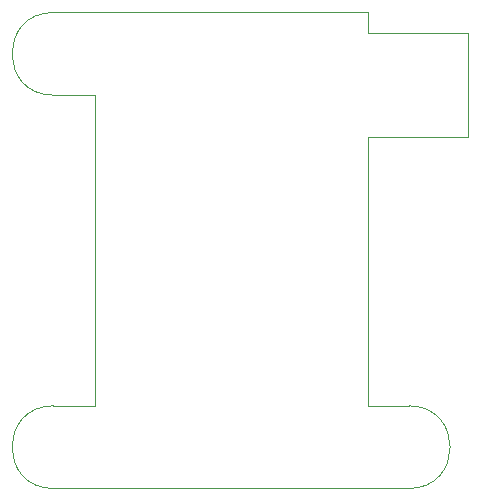
<source format=gm1>
G04 #@! TF.GenerationSoftware,KiCad,Pcbnew,7.0.5-0*
G04 #@! TF.CreationDate,2023-07-15T01:27:44-04:00*
G04 #@! TF.ProjectId,strato_connect,73747261-746f-45f6-936f-6e6e6563742e,rev?*
G04 #@! TF.SameCoordinates,Original*
G04 #@! TF.FileFunction,Profile,NP*
%FSLAX46Y46*%
G04 Gerber Fmt 4.6, Leading zero omitted, Abs format (unit mm)*
G04 Created by KiCad (PCBNEW 7.0.5-0) date 2023-07-15 01:27:44*
%MOMM*%
%LPD*%
G01*
G04 APERTURE LIST*
G04 #@! TA.AperFunction,Profile*
%ADD10C,0.100000*%
G04 #@! TD*
G04 APERTURE END LIST*
D10*
X171000000Y-68250000D02*
X177700000Y-68250000D01*
X144400000Y-91000000D02*
G75*
G03*
X144400000Y-98000000I0J-3500000D01*
G01*
X179500000Y-68250000D02*
X179500000Y-68100000D01*
X144400000Y-57700000D02*
X170800000Y-57700000D01*
X171000000Y-57700000D02*
X171000000Y-59400000D01*
X179500000Y-59400000D02*
X179500000Y-61200000D01*
X147900000Y-64700000D02*
X144400000Y-64700000D01*
X177700000Y-68250000D02*
X179500000Y-68250000D01*
X171000000Y-68250000D02*
X171000000Y-91000000D01*
X171000000Y-91000000D02*
X174500000Y-91000000D01*
X144400000Y-57700000D02*
G75*
G03*
X144400000Y-64700000I0J-3500000D01*
G01*
X179500000Y-68100000D02*
X179500000Y-66300000D01*
X174500000Y-98000000D02*
G75*
G03*
X174500000Y-91000000I0J3500000D01*
G01*
X177700000Y-59400000D02*
X179500000Y-59400000D01*
X171000000Y-59400000D02*
X177700000Y-59400000D01*
X179500000Y-66300000D02*
X179500000Y-61200000D01*
X147900000Y-91000000D02*
X144400000Y-91000000D01*
X147900000Y-91000000D02*
X147900000Y-64700000D01*
X174500000Y-98000000D02*
X144400000Y-98000000D01*
X170800000Y-57700000D02*
X171000000Y-57700000D01*
M02*

</source>
